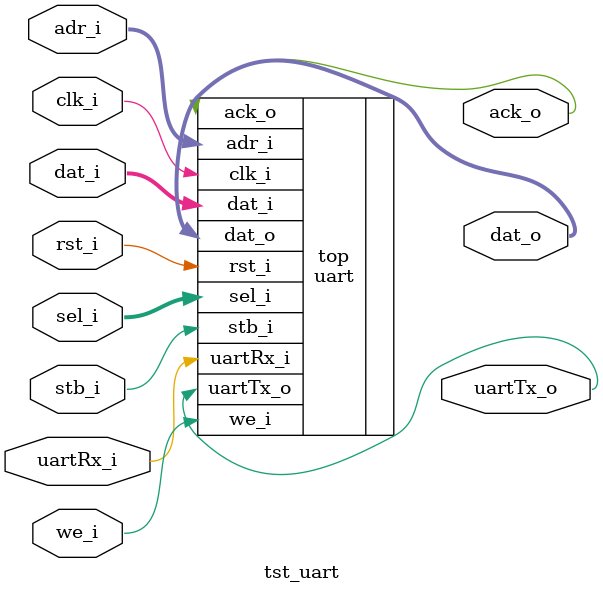
<source format=v>
`include "uart.v"
`timescale 1ns/1ns

module tst_uart (
    input clk_i,
    input rst_i,

    input [1:0] adr_i,
    input [3:0] sel_i,
    input stb_i,
    input we_i,
    input [31:0] dat_i,
    output reg [31:0] dat_o,
    output ack_o,

    output reg uartTx_o,
    input uartRx_i
);

uart top(
    .clk_i(clk_i),
    .rst_i(rst_i),
    .adr_i(adr_i),
    .sel_i(sel_i),
    .stb_i(stb_i),
    .we_i(we_i),
    .dat_i(dat_i),
    .dat_o(dat_o),
    .ack_o(ack_o),
    .uartTx_o(uartTx_o),
    .uartRx_i(uartRx_i)
);

initial begin
    $dumpfile("logs/vlt_dump.vcd");
    $dumpvars();
end
    
endmodule

</source>
